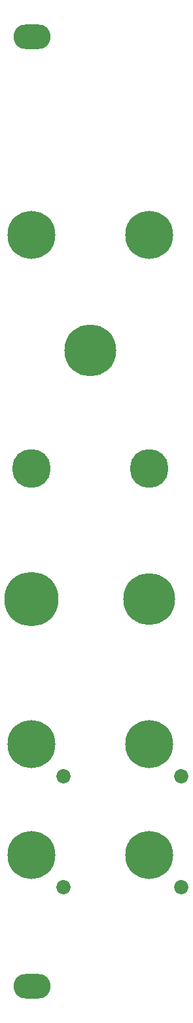
<source format=gbr>
%TF.GenerationSoftware,KiCad,Pcbnew,6.0.4-6f826c9f35~116~ubuntu21.10.1*%
%TF.CreationDate,2022-06-29T08:57:21+02:00*%
%TF.ProjectId,mHz_oscillator,6d487a5f-6f73-4636-996c-6c61746f722e,rev?*%
%TF.SameCoordinates,Original*%
%TF.FileFunction,Soldermask,Top*%
%TF.FilePolarity,Negative*%
%FSLAX46Y46*%
G04 Gerber Fmt 4.6, Leading zero omitted, Abs format (unit mm)*
G04 Created by KiCad (PCBNEW 6.0.4-6f826c9f35~116~ubuntu21.10.1) date 2022-06-29 08:57:21*
%MOMM*%
%LPD*%
G01*
G04 APERTURE LIST*
%ADD10C,6.200000*%
%ADD11C,1.850000*%
%ADD12C,6.700000*%
%ADD13O,4.800000X3.200000*%
%ADD14C,5.000000*%
%ADD15C,7.000000*%
G04 APERTURE END LIST*
D10*
%TO.C,REF\u002A\u002A*%
X-35242500Y80000000D03*
%TD*%
D11*
%TO.C,*%
X-31115000Y-4127500D03*
%TD*%
%TO.C,REF\u002A\u002A*%
X-31115000Y10160000D03*
%TD*%
D12*
%TO.C,REF\u002A\u002A*%
X-27622500Y65087500D03*
%TD*%
D13*
%TO.C,REF\u002A\u002A*%
X-35172500Y105560000D03*
X-35172500Y-16940000D03*
%TD*%
D10*
%TO.C,REF\u002A\u002A*%
X-20002500Y80000000D03*
%TD*%
D11*
%TO.C,*%
X-15875000Y10160000D03*
%TD*%
%TO.C,*%
X-15875000Y-4127500D03*
%TD*%
D14*
%TO.C,REF\u002A\u002A*%
X-35242500Y49847500D03*
%TD*%
D10*
%TO.C,REF\u002A\u002A*%
X-20002500Y0D03*
%TD*%
D12*
%TO.C,REF\u002A\u002A*%
X-20002500Y33020000D03*
%TD*%
D15*
%TO.C,REF\u002A\u002A*%
X-35242500Y33020000D03*
%TD*%
D10*
%TO.C,REF\u002A\u002A*%
X-35242500Y0D03*
%TD*%
%TO.C,REF\u002A\u002A*%
X-35242500Y14287500D03*
%TD*%
D14*
%TO.C,REF\u002A\u002A*%
X-20002500Y49847500D03*
%TD*%
D10*
%TO.C,REF\u002A\u002A*%
X-20002500Y14287500D03*
%TD*%
M02*

</source>
